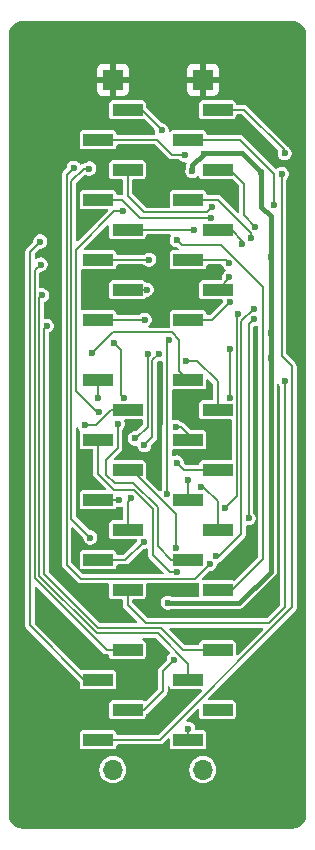
<source format=gbr>
G04 #@! TF.GenerationSoftware,KiCad,Pcbnew,9.0.6-9.0.6~ubuntu25.10.1*
G04 #@! TF.CreationDate,2025-11-10T23:04:39+09:00*
G04 #@! TF.ProjectId,bionic-kl5c80a12,62696f6e-6963-42d6-9b6c-356338306131,1*
G04 #@! TF.SameCoordinates,Original*
G04 #@! TF.FileFunction,Copper,L2,Bot*
G04 #@! TF.FilePolarity,Positive*
%FSLAX46Y46*%
G04 Gerber Fmt 4.6, Leading zero omitted, Abs format (unit mm)*
G04 Created by KiCad (PCBNEW 9.0.6-9.0.6~ubuntu25.10.1) date 2025-11-10 23:04:39*
%MOMM*%
%LPD*%
G01*
G04 APERTURE LIST*
G04 #@! TA.AperFunction,ComponentPad*
%ADD10R,1.700000X1.700000*%
G04 #@! TD*
G04 #@! TA.AperFunction,SMDPad,CuDef*
%ADD11R,2.510000X1.000000*%
G04 #@! TD*
G04 #@! TA.AperFunction,ComponentPad*
%ADD12O,1.700000X1.700000*%
G04 #@! TD*
G04 #@! TA.AperFunction,ViaPad*
%ADD13C,0.600000*%
G04 #@! TD*
G04 #@! TA.AperFunction,Conductor*
%ADD14C,0.400000*%
G04 #@! TD*
G04 #@! TA.AperFunction,Conductor*
%ADD15C,0.200000*%
G04 #@! TD*
G04 APERTURE END LIST*
D10*
X109915400Y-75080000D03*
D11*
X111160000Y-77620000D03*
X108670800Y-80160000D03*
X111160000Y-82700000D03*
X108670800Y-85240000D03*
X111160000Y-87780000D03*
X108670800Y-90320000D03*
X111160000Y-92860000D03*
X108670800Y-95400000D03*
X108670800Y-100480000D03*
X111160000Y-103020000D03*
X108670800Y-105560000D03*
X111160000Y-108100000D03*
X108670800Y-110640000D03*
X111160000Y-113180000D03*
X108670800Y-115720000D03*
X111160000Y-118260000D03*
X111160000Y-123340000D03*
X108670800Y-125880000D03*
X111160000Y-128420000D03*
X108670800Y-130960000D03*
D12*
X109915400Y-133500000D03*
X117535400Y-133500000D03*
D11*
X116290800Y-130960000D03*
X118780000Y-128420000D03*
X116290800Y-125880000D03*
X118780000Y-123340000D03*
X118780000Y-118260000D03*
X116290800Y-115720000D03*
X118780000Y-113180000D03*
X116290800Y-110640000D03*
X118780000Y-108100000D03*
X116290800Y-105560000D03*
X118780000Y-103020000D03*
X116290800Y-100480000D03*
X116290800Y-95400000D03*
X118780000Y-92860000D03*
X116290800Y-90320000D03*
X118780000Y-87780000D03*
X116290800Y-85240000D03*
X118780000Y-82700000D03*
X116290800Y-80160000D03*
X118780000Y-77620000D03*
D10*
X117535400Y-75080000D03*
D13*
X123275800Y-90091400D03*
X117611600Y-81353800D03*
X123275800Y-96533400D03*
X123275800Y-98651200D03*
X116646400Y-82827000D03*
X122488400Y-82928600D03*
X114587900Y-119352200D03*
X113522200Y-107769800D03*
X103540000Y-130934600D03*
X122971000Y-119428400D03*
X101660400Y-105255200D03*
X108696200Y-128115200D03*
X120989800Y-122019200D03*
X113903200Y-102308800D03*
X123783800Y-125905400D03*
X104987800Y-86738600D03*
X119542000Y-105509200D03*
X110855200Y-106880800D03*
X113674600Y-82700000D03*
X113725400Y-132077600D03*
X115401800Y-102359600D03*
X116265400Y-93723600D03*
X113192000Y-116583600D03*
X113674600Y-85697200D03*
X108315200Y-92758400D03*
X121218400Y-115491400D03*
X107553200Y-118209200D03*
X124225000Y-83055600D03*
X119770600Y-91793200D03*
X119834100Y-93888700D03*
X115325600Y-88643600D03*
X110326965Y-104208635D03*
X119770600Y-90624800D03*
X120888200Y-88973800D03*
X121599400Y-88440400D03*
X121980400Y-87526000D03*
X123555200Y-85697200D03*
X124469600Y-81303000D03*
X111795000Y-105448800D03*
X110474200Y-110665400D03*
X112861800Y-98279800D03*
X111457265Y-110530865D03*
X112582400Y-106017200D03*
X113811198Y-98279800D03*
X112607800Y-95400000D03*
X119805600Y-102019998D03*
X112590774Y-114174998D03*
X119805600Y-97877000D03*
X112785600Y-92860000D03*
X112988800Y-90320000D03*
X116798800Y-87780000D03*
X116138400Y-98879800D03*
X118246600Y-86779998D03*
X110017000Y-97355800D03*
X110880600Y-102019998D03*
X115224000Y-104483600D03*
X118297400Y-85840000D03*
X116062200Y-81474450D03*
X116290800Y-108947800D03*
X114055600Y-79372600D03*
X117383000Y-109547800D03*
X115237900Y-114719998D03*
X115351000Y-116724999D03*
X107554535Y-104340800D03*
X108620000Y-102054800D03*
X103768600Y-88777000D03*
X103921000Y-93327000D03*
X115325600Y-107490400D03*
X115097649Y-124177551D03*
X104305000Y-95927000D03*
X103794000Y-90727000D03*
X124495000Y-100581600D03*
X108188200Y-98244800D03*
X116290800Y-130020200D03*
X106613400Y-82522200D03*
X118119600Y-116075001D03*
X107934200Y-82598400D03*
X108010400Y-113840400D03*
X110779000Y-86230600D03*
X108754535Y-103205335D03*
X121405600Y-112214800D03*
X121849386Y-95333400D03*
X118627600Y-115424999D03*
X121863000Y-94471258D03*
X114689872Y-97086000D03*
X114535798Y-110147800D03*
X120537765Y-94947965D03*
X119380000Y-111351200D03*
D14*
X117611600Y-81353800D02*
X116646400Y-82319000D01*
X120862800Y-81303000D02*
X122488400Y-82928600D01*
X123275800Y-98651200D02*
X123275800Y-96533400D01*
X114613300Y-119377600D02*
X120634200Y-119377600D01*
X123275800Y-90091400D02*
X123275800Y-86637000D01*
X116646400Y-82319000D02*
X116646400Y-82827000D01*
X123275800Y-116736000D02*
X123275800Y-98651200D01*
X122488400Y-85849600D02*
X122488400Y-82928600D01*
X123275800Y-90091400D02*
X123275800Y-96533400D01*
X120634200Y-119377600D02*
X123275800Y-116736000D01*
X114587900Y-119352200D02*
X114613300Y-119377600D01*
X117611600Y-81353800D02*
X117662400Y-81303000D01*
X123275800Y-86637000D02*
X122488400Y-85849600D01*
X117662400Y-81303000D02*
X120862800Y-81303000D01*
D15*
X124215600Y-98473400D02*
X125095000Y-99352800D01*
X124225000Y-83055600D02*
X124215600Y-83065000D01*
X124215600Y-83065000D02*
X124215600Y-98473400D01*
X125095000Y-119750000D02*
X113885000Y-130960000D01*
X113885000Y-130960000D02*
X108670800Y-130960000D01*
X125095000Y-99352800D02*
X125095000Y-119750000D01*
X119770600Y-91869400D02*
X118780000Y-92860000D01*
X119770600Y-91793200D02*
X119770600Y-91869400D01*
X118322800Y-95400000D02*
X116290800Y-95400000D01*
X119834100Y-93888700D02*
X118322800Y-95400000D01*
X120024600Y-118260000D02*
X118780000Y-118260000D01*
X115325600Y-88643600D02*
X115782800Y-89100800D01*
X115782800Y-89100800D02*
X119095129Y-89100800D01*
X122640800Y-92646471D02*
X122640800Y-115643800D01*
X119095129Y-89100800D02*
X122640800Y-92646471D01*
X122640800Y-115643800D02*
X120024600Y-118260000D01*
X110326965Y-106266035D02*
X109356600Y-107236400D01*
X113709257Y-114560857D02*
X114868400Y-115720000D01*
X111659815Y-109243000D02*
X113709257Y-111292442D01*
X110326965Y-104208635D02*
X110326965Y-106266035D01*
X109356600Y-107236400D02*
X109356600Y-108512800D01*
X109356600Y-108512800D02*
X110086800Y-109243000D01*
X114868400Y-115720000D02*
X116290800Y-115720000D01*
X110086800Y-109243000D02*
X111659815Y-109243000D01*
X113709257Y-111292442D02*
X113709257Y-114560857D01*
X119770600Y-90624800D02*
X119465800Y-90320000D01*
X119465800Y-90320000D02*
X116290800Y-90320000D01*
X120888200Y-88973800D02*
X120888200Y-88694400D01*
X120888200Y-88694400D02*
X119973800Y-87780000D01*
X119973800Y-87780000D02*
X118780000Y-87780000D01*
X121599400Y-88034000D02*
X118805400Y-85240000D01*
X121599400Y-88440400D02*
X121599400Y-88034000D01*
X118805400Y-85240000D02*
X116290800Y-85240000D01*
X121015200Y-83868400D02*
X119846800Y-82700000D01*
X121980400Y-87526000D02*
X121015200Y-86560800D01*
X119846800Y-82700000D02*
X118780000Y-82700000D01*
X121015200Y-86560800D02*
X121015200Y-83868400D01*
X120659600Y-80160000D02*
X116290800Y-80160000D01*
X123555200Y-85697200D02*
X123555200Y-83055600D01*
X123555200Y-83055600D02*
X120659600Y-80160000D01*
X124469600Y-81049000D02*
X121040600Y-77620000D01*
X121040600Y-77620000D02*
X118780000Y-77620000D01*
X124469600Y-81303000D02*
X124469600Y-81049000D01*
X112861800Y-104442400D02*
X112861800Y-98279800D01*
X111855400Y-105448800D02*
X112861800Y-104442400D01*
X110474200Y-110665400D02*
X110448800Y-110640000D01*
X110448800Y-110640000D02*
X108670800Y-110640000D01*
X111795000Y-105448800D02*
X111855400Y-105448800D01*
X113261800Y-105337800D02*
X113261800Y-98829198D01*
X112582400Y-106017200D02*
X113261800Y-105337800D01*
X111457265Y-110530865D02*
X111160000Y-110828130D01*
X111160000Y-110828130D02*
X111160000Y-113180000D01*
X113261800Y-98829198D02*
X113811198Y-98279800D01*
X112607800Y-95400000D02*
X108670800Y-95400000D01*
X119805600Y-102019998D02*
X119796000Y-102010398D01*
X110975000Y-115720000D02*
X108670800Y-115720000D01*
X119796000Y-97886600D02*
X119805600Y-97877000D01*
X112590774Y-114174998D02*
X112520002Y-114174998D01*
X112520002Y-114174998D02*
X110975000Y-115720000D01*
X119796000Y-102010398D02*
X119796000Y-97886600D01*
X112785600Y-92860000D02*
X111160000Y-92860000D01*
X112988800Y-90320000D02*
X108670800Y-90320000D01*
X116798800Y-87780000D02*
X111160000Y-87780000D01*
X118780000Y-100614200D02*
X118780000Y-103020000D01*
X117045600Y-98879800D02*
X118780000Y-100614200D01*
X116138400Y-98879800D02*
X117045600Y-98879800D01*
X110652000Y-85240000D02*
X108670800Y-85240000D01*
X118246600Y-86779998D02*
X112191998Y-86779998D01*
X112191998Y-86779998D02*
X110652000Y-85240000D01*
X115224000Y-104483600D02*
X115697000Y-104483600D01*
X110626600Y-101765998D02*
X110626600Y-97965400D01*
X110626600Y-97965400D02*
X110017000Y-97355800D01*
X116290800Y-105077400D02*
X116290800Y-105560000D01*
X110880600Y-102019998D02*
X110626600Y-101765998D01*
X115697000Y-104483600D02*
X116290800Y-105077400D01*
X118297400Y-85880669D02*
X117871269Y-86306800D01*
X111160000Y-84909800D02*
X111160000Y-82700000D01*
X112557000Y-86306800D02*
X111160000Y-84909800D01*
X117871269Y-86306800D02*
X112557000Y-86306800D01*
X118297400Y-85840000D02*
X118297400Y-85880669D01*
X114944600Y-81430000D02*
X113674600Y-80160000D01*
X113674600Y-80160000D02*
X108670800Y-80160000D01*
X116062200Y-81474450D02*
X116017750Y-81430000D01*
X116017750Y-81430000D02*
X114944600Y-81430000D01*
X116290800Y-108947800D02*
X116290800Y-110640000D01*
X112353800Y-77620000D02*
X111160000Y-77620000D01*
X114055600Y-79372600D02*
X114055600Y-79321800D01*
X114055600Y-79321800D02*
X112353800Y-77620000D01*
X117553600Y-109547800D02*
X118780000Y-110774200D01*
X118780000Y-110774200D02*
X118780000Y-113180000D01*
X117383000Y-109547800D02*
X117553600Y-109547800D01*
X115237900Y-111822300D02*
X111515600Y-108100000D01*
X115237900Y-114719998D02*
X115237900Y-111822300D01*
X111515600Y-108100000D02*
X111160000Y-108100000D01*
X115351000Y-116724999D02*
X114730399Y-116724999D01*
X113293600Y-111442471D02*
X111691129Y-109840000D01*
X111691129Y-109840000D02*
X110055200Y-109840000D01*
X113293600Y-115288200D02*
X113293600Y-111442471D01*
X110055200Y-109840000D02*
X108670800Y-108455600D01*
X114730399Y-116724999D02*
X113293600Y-115288200D01*
X108670800Y-108455600D02*
X108670800Y-105560000D01*
X108467600Y-104340800D02*
X109788400Y-103020000D01*
X107554535Y-104340800D02*
X108467600Y-104340800D01*
X109788400Y-103020000D02*
X111160000Y-103020000D01*
X108620000Y-102054800D02*
X108670800Y-102004000D01*
X108670800Y-102004000D02*
X108670800Y-100480000D01*
X102905000Y-89640600D02*
X102905000Y-121282600D01*
X103768600Y-88777000D02*
X102905000Y-89640600D01*
X102905000Y-121282600D02*
X107502400Y-125880000D01*
X107502400Y-125880000D02*
X108670800Y-125880000D01*
X108550686Y-121943000D02*
X113711628Y-121943000D01*
X103921000Y-93327000D02*
X103705000Y-93543000D01*
X103705000Y-93543000D02*
X103705000Y-117097314D01*
X113711628Y-121943000D02*
X116290800Y-124522172D01*
X103705000Y-117097314D02*
X108550686Y-121943000D01*
X116290800Y-124522172D02*
X116290800Y-125880000D01*
X115325600Y-107490400D02*
X115935200Y-108100000D01*
X115935200Y-108100000D02*
X118780000Y-108100000D01*
X112557000Y-128420000D02*
X111160000Y-128420000D01*
X114157200Y-126819800D02*
X112557000Y-128420000D01*
X114157200Y-125118000D02*
X114157200Y-126819800D01*
X115097649Y-124177551D02*
X114157200Y-125118000D01*
X104305000Y-95927000D02*
X104105000Y-96127000D01*
X115859000Y-123340000D02*
X118780000Y-123340000D01*
X104105000Y-96127000D02*
X104105000Y-116931628D01*
X104105000Y-116931628D02*
X108659172Y-121485800D01*
X114004800Y-121485800D02*
X115859000Y-123340000D01*
X108659172Y-121485800D02*
X114004800Y-121485800D01*
X103305000Y-117263000D02*
X109382000Y-123340000D01*
X103305000Y-91216000D02*
X103305000Y-117263000D01*
X109382000Y-123340000D02*
X111160000Y-123340000D01*
X103794000Y-90727000D02*
X103305000Y-91216000D01*
X124495000Y-100581600D02*
X124495000Y-119733200D01*
X124495000Y-119733200D02*
X123142400Y-121085800D01*
X111160000Y-119530000D02*
X111160000Y-118260000D01*
X123142400Y-121085800D02*
X112715800Y-121085800D01*
X112715800Y-121085800D02*
X111160000Y-119530000D01*
X109966200Y-96466800D02*
X108188200Y-98244800D01*
X116290800Y-100480000D02*
X115528800Y-99718000D01*
X114919200Y-96466800D02*
X109966200Y-96466800D01*
X115528800Y-97076400D02*
X114919200Y-96466800D01*
X115528800Y-99718000D02*
X115528800Y-97076400D01*
X116290800Y-130020200D02*
X116290800Y-130960000D01*
X116869602Y-117324999D02*
X118119600Y-116075001D01*
X106613400Y-82522200D02*
X106003800Y-83131800D01*
X106003800Y-83131800D02*
X106003800Y-116126400D01*
X107202399Y-117324999D02*
X116869602Y-117324999D01*
X106003800Y-116126400D02*
X107202399Y-117324999D01*
X106403800Y-112233800D02*
X106403800Y-83646200D01*
X107451600Y-82598400D02*
X107934200Y-82598400D01*
X108010400Y-113840400D02*
X106403800Y-112233800D01*
X106403800Y-83646200D02*
X107451600Y-82598400D01*
X106803800Y-101457800D02*
X106803800Y-89469200D01*
X110042400Y-86230600D02*
X110779000Y-86230600D01*
X108551335Y-103205335D02*
X106803800Y-101457800D01*
X106803800Y-89469200D02*
X110042400Y-86230600D01*
X108754535Y-103205335D02*
X108551335Y-103205335D01*
X121421600Y-112198800D02*
X121421600Y-95761186D01*
X121421600Y-95761186D02*
X121849386Y-95333400D01*
X121405600Y-112214800D02*
X121421600Y-112198800D01*
X121863000Y-94471258D02*
X120805600Y-95528658D01*
X120805600Y-95528658D02*
X120805600Y-113509400D01*
X118890001Y-115424999D02*
X118627600Y-115424999D01*
X120805600Y-113509400D02*
X118890001Y-115424999D01*
X114522400Y-110134402D02*
X114535798Y-110147800D01*
X114535798Y-104383673D02*
X114522400Y-104397071D01*
X114689872Y-97086000D02*
X114535798Y-97240074D01*
X114522400Y-104397071D02*
X114522400Y-110134402D01*
X114535798Y-97240074D02*
X114535798Y-104383673D01*
X120537765Y-94947965D02*
X120405600Y-95080130D01*
X120405600Y-110325600D02*
X119380000Y-111351200D01*
X120405600Y-95080130D02*
X120405600Y-110325600D01*
G04 #@! TA.AperFunction,Conductor*
G36*
X122611490Y-121505207D02*
G01*
X122647454Y-121554707D01*
X122647454Y-121615893D01*
X122623303Y-121655304D01*
X120504503Y-123774102D01*
X120449986Y-123801879D01*
X120389554Y-123792308D01*
X120346289Y-123749043D01*
X120335499Y-123704101D01*
X120335499Y-122795136D01*
X120332585Y-122770009D01*
X120287206Y-122667235D01*
X120207765Y-122587794D01*
X120104991Y-122542415D01*
X120104990Y-122542414D01*
X120104988Y-122542414D01*
X120079868Y-122539500D01*
X117480139Y-122539500D01*
X117480136Y-122539501D01*
X117455009Y-122542414D01*
X117352235Y-122587794D01*
X117272794Y-122667235D01*
X117227414Y-122770011D01*
X117224500Y-122795130D01*
X117224500Y-122840500D01*
X117205593Y-122898691D01*
X117156093Y-122934655D01*
X117125500Y-122939500D01*
X116065900Y-122939500D01*
X116007709Y-122920593D01*
X115995896Y-122910504D01*
X114740697Y-121655304D01*
X114712920Y-121600787D01*
X114722491Y-121540355D01*
X114765756Y-121497090D01*
X114810701Y-121486300D01*
X122553299Y-121486300D01*
X122611490Y-121505207D01*
G37*
G04 #@! TD.AperFunction*
G04 #@! TA.AperFunction,Conductor*
G36*
X123955393Y-100849056D02*
G01*
X123961030Y-100857738D01*
X124014480Y-100950316D01*
X124066150Y-101001986D01*
X124066787Y-101002647D01*
X124079777Y-101029352D01*
X124093281Y-101055856D01*
X124093399Y-101057356D01*
X124093551Y-101057669D01*
X124093462Y-101058166D01*
X124094500Y-101071343D01*
X124094500Y-119526299D01*
X124075593Y-119584490D01*
X124065504Y-119596303D01*
X123005503Y-120656304D01*
X122950986Y-120684081D01*
X122935499Y-120685300D01*
X112922701Y-120685300D01*
X112864510Y-120666393D01*
X112852697Y-120656304D01*
X111589496Y-119393103D01*
X111585869Y-119385985D01*
X111579407Y-119381290D01*
X111572243Y-119359241D01*
X111561719Y-119338586D01*
X111560500Y-119323099D01*
X111560500Y-119159499D01*
X111579407Y-119101308D01*
X111628907Y-119065344D01*
X111659500Y-119060499D01*
X112459861Y-119060499D01*
X112459864Y-119060499D01*
X112484991Y-119057585D01*
X112587765Y-119012206D01*
X112667206Y-118932765D01*
X112712585Y-118829991D01*
X112715500Y-118804865D01*
X112715499Y-117824498D01*
X112734406Y-117766308D01*
X112783906Y-117730344D01*
X112814499Y-117725499D01*
X116922327Y-117725499D01*
X116922329Y-117725499D01*
X117024190Y-117698206D01*
X117076001Y-117668292D01*
X117135847Y-117655571D01*
X117191743Y-117680456D01*
X117222336Y-117733444D01*
X117224500Y-117754029D01*
X117224501Y-118778100D01*
X117205594Y-118836291D01*
X117156094Y-118872255D01*
X117125501Y-118877100D01*
X114992530Y-118877100D01*
X114943032Y-118863837D01*
X114819684Y-118792623D01*
X114666957Y-118751700D01*
X114508843Y-118751700D01*
X114356116Y-118792623D01*
X114219184Y-118871680D01*
X114107380Y-118983484D01*
X114028323Y-119120416D01*
X113987400Y-119273143D01*
X113987400Y-119431257D01*
X114028323Y-119583984D01*
X114107380Y-119720916D01*
X114219184Y-119832720D01*
X114356116Y-119911777D01*
X114508843Y-119952700D01*
X114508845Y-119952700D01*
X114666955Y-119952700D01*
X114666957Y-119952700D01*
X114819684Y-119911777D01*
X114855043Y-119891363D01*
X114904542Y-119878100D01*
X120700090Y-119878100D01*
X120700092Y-119878100D01*
X120827386Y-119843992D01*
X120827388Y-119843990D01*
X120827390Y-119843990D01*
X120941509Y-119778103D01*
X120941509Y-119778102D01*
X120941514Y-119778100D01*
X123676300Y-117043314D01*
X123718101Y-116970912D01*
X123742192Y-116929186D01*
X123776300Y-116801892D01*
X123776300Y-100907247D01*
X123795207Y-100849056D01*
X123844707Y-100813092D01*
X123905893Y-100813092D01*
X123955393Y-100849056D01*
G37*
G04 #@! TD.AperFunction*
G04 #@! TA.AperFunction,Conductor*
G36*
X122207544Y-95899004D02*
G01*
X122238137Y-95951992D01*
X122240300Y-95972576D01*
X122240300Y-115436899D01*
X122221393Y-115495090D01*
X122211304Y-115506903D01*
X120257554Y-117460652D01*
X120203037Y-117488429D01*
X120147562Y-117481212D01*
X120104991Y-117462415D01*
X120104988Y-117462414D01*
X120079869Y-117459500D01*
X117540500Y-117459500D01*
X117482309Y-117440593D01*
X117446345Y-117391093D01*
X117446345Y-117329907D01*
X117470495Y-117290498D01*
X117904902Y-116856092D01*
X118056498Y-116704497D01*
X118111014Y-116676720D01*
X118126501Y-116675501D01*
X118198655Y-116675501D01*
X118198657Y-116675501D01*
X118351384Y-116634578D01*
X118488316Y-116555521D01*
X118600120Y-116443717D01*
X118679177Y-116306785D01*
X118720100Y-116154058D01*
X118720100Y-116097861D01*
X118739007Y-116039670D01*
X118788507Y-116003706D01*
X118793443Y-116002244D01*
X118859384Y-115984576D01*
X118996316Y-115905519D01*
X119108120Y-115793715D01*
X119129526Y-115756636D01*
X119145253Y-115736138D01*
X121126080Y-113755313D01*
X121143660Y-113724864D01*
X121178805Y-113663992D01*
X121178805Y-113663990D01*
X121178807Y-113663988D01*
X121206100Y-113562127D01*
X121206100Y-113456673D01*
X121206100Y-112912046D01*
X121225007Y-112853855D01*
X121274507Y-112817891D01*
X121319811Y-112816712D01*
X121320109Y-112814453D01*
X121326542Y-112815300D01*
X121326543Y-112815300D01*
X121484655Y-112815300D01*
X121484657Y-112815300D01*
X121637384Y-112774377D01*
X121774316Y-112695320D01*
X121886120Y-112583516D01*
X121965177Y-112446584D01*
X122006100Y-112293857D01*
X122006100Y-112135743D01*
X121965177Y-111983016D01*
X121886120Y-111846084D01*
X121871755Y-111831719D01*
X121851096Y-111811059D01*
X121823319Y-111756542D01*
X121822100Y-111741056D01*
X121822100Y-96032900D01*
X121841007Y-95974709D01*
X121890507Y-95938745D01*
X121921100Y-95933900D01*
X121928441Y-95933900D01*
X121928443Y-95933900D01*
X122081170Y-95892977D01*
X122091800Y-95886840D01*
X122151648Y-95874118D01*
X122207544Y-95899004D01*
G37*
G04 #@! TD.AperFunction*
G04 #@! TA.AperFunction,Conductor*
G36*
X106983393Y-104551810D02*
G01*
X106994764Y-104572116D01*
X106994955Y-104572578D01*
X106994957Y-104572582D01*
X106994958Y-104572584D01*
X107074015Y-104709516D01*
X107142639Y-104778140D01*
X107170415Y-104832655D01*
X107163199Y-104888130D01*
X107118214Y-104990011D01*
X107115300Y-105015130D01*
X107115300Y-106104860D01*
X107115301Y-106104863D01*
X107118214Y-106129990D01*
X107143556Y-106187385D01*
X107163594Y-106232765D01*
X107243035Y-106312206D01*
X107345809Y-106357585D01*
X107370935Y-106360500D01*
X108171300Y-106360499D01*
X108229491Y-106379406D01*
X108265455Y-106428906D01*
X108270300Y-106459499D01*
X108270300Y-108402873D01*
X108270300Y-108508327D01*
X108270344Y-108508491D01*
X108297594Y-108610192D01*
X108350316Y-108701508D01*
X108350317Y-108701509D01*
X108350318Y-108701510D01*
X108350320Y-108701513D01*
X108964823Y-109316016D01*
X109319303Y-109670496D01*
X109347080Y-109725013D01*
X109337509Y-109785445D01*
X109294244Y-109828710D01*
X109249299Y-109839500D01*
X107370939Y-109839500D01*
X107370936Y-109839501D01*
X107345809Y-109842414D01*
X107243035Y-109887794D01*
X107163594Y-109967235D01*
X107118214Y-110070011D01*
X107115300Y-110095130D01*
X107115300Y-111184860D01*
X107115301Y-111184863D01*
X107118214Y-111209990D01*
X107124832Y-111224977D01*
X107163594Y-111312765D01*
X107243035Y-111392206D01*
X107345809Y-111437585D01*
X107370935Y-111440500D01*
X109970664Y-111440499D01*
X109995791Y-111437585D01*
X110098565Y-111392206D01*
X110178006Y-111312765D01*
X110185221Y-111296423D01*
X110226021Y-111250827D01*
X110285829Y-111237921D01*
X110301393Y-111240780D01*
X110395143Y-111265900D01*
X110395146Y-111265900D01*
X110553254Y-111265900D01*
X110553257Y-111265900D01*
X110634880Y-111244029D01*
X110695978Y-111247231D01*
X110743528Y-111285736D01*
X110759500Y-111339656D01*
X110759500Y-112280500D01*
X110740593Y-112338691D01*
X110691093Y-112374655D01*
X110660500Y-112379500D01*
X109860139Y-112379500D01*
X109860136Y-112379501D01*
X109835009Y-112382414D01*
X109732235Y-112427794D01*
X109652794Y-112507235D01*
X109607414Y-112610011D01*
X109604500Y-112635130D01*
X109604500Y-113724860D01*
X109604501Y-113724863D01*
X109607414Y-113749990D01*
X109619471Y-113777296D01*
X109652794Y-113852765D01*
X109732235Y-113932206D01*
X109835009Y-113977585D01*
X109860135Y-113980500D01*
X111892584Y-113980499D01*
X111910846Y-113986432D01*
X111929995Y-113987840D01*
X111939248Y-113995661D01*
X111950775Y-113999406D01*
X111962062Y-114014942D01*
X111976726Y-114027335D01*
X111979108Y-114038404D01*
X111986739Y-114048906D01*
X111991318Y-114086755D01*
X111990782Y-114094043D01*
X111990274Y-114095941D01*
X111990274Y-114100961D01*
X111990008Y-114104581D01*
X111979754Y-114129702D01*
X111971367Y-114155516D01*
X111967250Y-114160335D01*
X111966886Y-114161229D01*
X111966039Y-114161753D01*
X111961278Y-114167329D01*
X110838103Y-115290504D01*
X110783586Y-115318281D01*
X110768099Y-115319500D01*
X110325299Y-115319500D01*
X110267108Y-115300593D01*
X110231144Y-115251093D01*
X110226299Y-115220500D01*
X110226299Y-115175139D01*
X110226299Y-115175136D01*
X110223385Y-115150009D01*
X110178006Y-115047235D01*
X110098565Y-114967794D01*
X109995791Y-114922415D01*
X109995790Y-114922414D01*
X109995788Y-114922414D01*
X109970668Y-114919500D01*
X107370939Y-114919500D01*
X107370936Y-114919501D01*
X107345809Y-114922414D01*
X107243035Y-114967794D01*
X107163594Y-115047235D01*
X107118214Y-115150011D01*
X107115300Y-115175130D01*
X107115300Y-116264860D01*
X107115301Y-116264863D01*
X107118214Y-116289990D01*
X107125630Y-116306785D01*
X107163594Y-116392765D01*
X107243035Y-116472206D01*
X107345809Y-116517585D01*
X107370935Y-116520500D01*
X109970664Y-116520499D01*
X109995791Y-116517585D01*
X110098565Y-116472206D01*
X110178006Y-116392765D01*
X110223385Y-116289991D01*
X110226300Y-116264865D01*
X110226300Y-116219500D01*
X110245207Y-116161309D01*
X110294707Y-116125345D01*
X110325300Y-116120500D01*
X111027725Y-116120500D01*
X111027727Y-116120500D01*
X111129588Y-116093207D01*
X111129590Y-116093205D01*
X111129592Y-116093205D01*
X111220908Y-116040483D01*
X111220908Y-116040482D01*
X111220913Y-116040480D01*
X112456898Y-114804493D01*
X112511415Y-114776717D01*
X112526902Y-114775498D01*
X112669829Y-114775498D01*
X112669831Y-114775498D01*
X112768479Y-114749065D01*
X112829578Y-114752267D01*
X112877128Y-114790772D01*
X112893100Y-114844692D01*
X112893100Y-115235473D01*
X112893100Y-115340927D01*
X112894368Y-115345658D01*
X112920394Y-115442792D01*
X112973116Y-115534108D01*
X112973118Y-115534110D01*
X112973120Y-115534113D01*
X113683704Y-116244696D01*
X114194503Y-116755495D01*
X114222280Y-116810012D01*
X114212709Y-116870444D01*
X114169444Y-116913709D01*
X114124499Y-116924499D01*
X107409300Y-116924499D01*
X107351109Y-116905592D01*
X107339296Y-116895503D01*
X106433296Y-115989503D01*
X106405519Y-115934986D01*
X106404300Y-115919499D01*
X106404300Y-113039700D01*
X106423207Y-112981509D01*
X106472707Y-112945545D01*
X106533893Y-112945545D01*
X106573304Y-112969696D01*
X107380904Y-113777296D01*
X107408681Y-113831813D01*
X107409900Y-113847300D01*
X107409900Y-113919457D01*
X107450823Y-114072184D01*
X107529880Y-114209116D01*
X107641684Y-114320920D01*
X107778616Y-114399977D01*
X107931343Y-114440900D01*
X107931345Y-114440900D01*
X108089455Y-114440900D01*
X108089457Y-114440900D01*
X108242184Y-114399977D01*
X108379116Y-114320920D01*
X108490920Y-114209116D01*
X108569977Y-114072184D01*
X108610900Y-113919457D01*
X108610900Y-113761343D01*
X108569977Y-113608616D01*
X108490920Y-113471684D01*
X108379116Y-113359880D01*
X108242184Y-113280823D01*
X108089457Y-113239900D01*
X108089455Y-113239900D01*
X108017300Y-113239900D01*
X107959109Y-113220993D01*
X107947296Y-113210904D01*
X106833296Y-112096903D01*
X106805519Y-112042386D01*
X106804300Y-112026899D01*
X106804300Y-104610001D01*
X106823207Y-104551810D01*
X106872707Y-104515846D01*
X106933893Y-104515846D01*
X106983393Y-104551810D01*
G37*
G04 #@! TD.AperFunction*
G04 #@! TA.AperFunction,Conductor*
G36*
X114071776Y-98851236D02*
G01*
X114119326Y-98889741D01*
X114135298Y-98943660D01*
X114135298Y-104281309D01*
X114131920Y-104306950D01*
X114131174Y-104309732D01*
X114121900Y-104344344D01*
X114121900Y-109671454D01*
X114103002Y-109729632D01*
X114098416Y-109735945D01*
X114055278Y-109779084D01*
X114009517Y-109858344D01*
X114006468Y-109862543D01*
X113985705Y-109877633D01*
X113966632Y-109894806D01*
X113961306Y-109895365D01*
X113956973Y-109898515D01*
X113931304Y-109898518D01*
X113905782Y-109901201D01*
X113900850Y-109898523D01*
X113895788Y-109898524D01*
X113880794Y-109887634D01*
X113856362Y-109874369D01*
X112740138Y-108758145D01*
X112712361Y-108703628D01*
X112711802Y-108676728D01*
X112712583Y-108669995D01*
X112712585Y-108669991D01*
X112715500Y-108644865D01*
X112715499Y-107555136D01*
X112712585Y-107530009D01*
X112667206Y-107427235D01*
X112587765Y-107347794D01*
X112484991Y-107302415D01*
X112484990Y-107302414D01*
X112484988Y-107302414D01*
X112459869Y-107299500D01*
X110098899Y-107299500D01*
X110040708Y-107280593D01*
X110004744Y-107231093D01*
X110004744Y-107169907D01*
X110028893Y-107130499D01*
X110647445Y-106511948D01*
X110700172Y-106420622D01*
X110727465Y-106318762D01*
X110727465Y-104698378D01*
X110746372Y-104640187D01*
X110756455Y-104628380D01*
X110807485Y-104577351D01*
X110886542Y-104440419D01*
X110927465Y-104287692D01*
X110927465Y-104129578D01*
X110886542Y-103976851D01*
X110882007Y-103968997D01*
X110869287Y-103909150D01*
X110894174Y-103853255D01*
X110947162Y-103822662D01*
X110967745Y-103820499D01*
X112362300Y-103820499D01*
X112420491Y-103839406D01*
X112456455Y-103888906D01*
X112461300Y-103919499D01*
X112461300Y-104235499D01*
X112442393Y-104293690D01*
X112432304Y-104305503D01*
X111918503Y-104819304D01*
X111863986Y-104847081D01*
X111848499Y-104848300D01*
X111715943Y-104848300D01*
X111563216Y-104889223D01*
X111426284Y-104968280D01*
X111314480Y-105080084D01*
X111235423Y-105217016D01*
X111194500Y-105369743D01*
X111194500Y-105527857D01*
X111235423Y-105680584D01*
X111314480Y-105817516D01*
X111426284Y-105929320D01*
X111563216Y-106008377D01*
X111715943Y-106049300D01*
X111715945Y-106049300D01*
X111874052Y-106049300D01*
X111874057Y-106049300D01*
X111874061Y-106049298D01*
X111879990Y-106048518D01*
X111940152Y-106059666D01*
X111982270Y-106104047D01*
X111988541Y-106121045D01*
X112022823Y-106248984D01*
X112101880Y-106385916D01*
X112213684Y-106497720D01*
X112350616Y-106576777D01*
X112503343Y-106617700D01*
X112503345Y-106617700D01*
X112661455Y-106617700D01*
X112661457Y-106617700D01*
X112814184Y-106576777D01*
X112951116Y-106497720D01*
X113062920Y-106385916D01*
X113141977Y-106248984D01*
X113182900Y-106096257D01*
X113182900Y-106024098D01*
X113201807Y-105965907D01*
X113211890Y-105954101D01*
X113507710Y-105658281D01*
X113507713Y-105658280D01*
X113582280Y-105583713D01*
X113635007Y-105492387D01*
X113646202Y-105450607D01*
X113662301Y-105390527D01*
X113662301Y-105285073D01*
X113662300Y-105285069D01*
X113662300Y-99036099D01*
X113681207Y-98977908D01*
X113691296Y-98966095D01*
X113748095Y-98909296D01*
X113802612Y-98881519D01*
X113818099Y-98880300D01*
X113890253Y-98880300D01*
X113890255Y-98880300D01*
X114010676Y-98848033D01*
X114071776Y-98851236D01*
G37*
G04 #@! TD.AperFunction*
G04 #@! TA.AperFunction,Conductor*
G36*
X118015303Y-100415896D02*
G01*
X118350504Y-100751097D01*
X118378281Y-100805614D01*
X118379500Y-100821101D01*
X118379500Y-102120500D01*
X118360593Y-102178691D01*
X118311093Y-102214655D01*
X118280500Y-102219500D01*
X117480139Y-102219500D01*
X117480136Y-102219501D01*
X117455009Y-102222414D01*
X117352235Y-102267794D01*
X117272794Y-102347235D01*
X117227414Y-102450011D01*
X117224500Y-102475130D01*
X117224500Y-103564860D01*
X117224501Y-103564863D01*
X117227414Y-103589990D01*
X117252756Y-103647385D01*
X117272794Y-103692765D01*
X117352235Y-103772206D01*
X117455009Y-103817585D01*
X117480135Y-103820500D01*
X119906100Y-103820499D01*
X119964291Y-103839406D01*
X120000255Y-103888906D01*
X120005100Y-103919499D01*
X120005100Y-107200500D01*
X119986193Y-107258691D01*
X119936693Y-107294655D01*
X119906100Y-107299500D01*
X117480139Y-107299500D01*
X117480136Y-107299501D01*
X117455009Y-107302414D01*
X117352235Y-107347794D01*
X117272794Y-107427235D01*
X117227414Y-107530011D01*
X117224500Y-107555130D01*
X117224500Y-107600500D01*
X117205593Y-107658691D01*
X117156093Y-107694655D01*
X117125500Y-107699500D01*
X116142099Y-107699500D01*
X116134501Y-107697031D01*
X116126612Y-107698281D01*
X116105958Y-107687757D01*
X116083908Y-107680593D01*
X116072095Y-107670503D01*
X115955096Y-107553503D01*
X115927319Y-107498987D01*
X115926100Y-107483500D01*
X115926100Y-107411344D01*
X115909072Y-107347794D01*
X115885177Y-107258616D01*
X115806120Y-107121684D01*
X115694316Y-107009880D01*
X115557384Y-106930823D01*
X115404657Y-106889900D01*
X115246543Y-106889900D01*
X115170179Y-106910361D01*
X115093814Y-106930823D01*
X115071399Y-106943765D01*
X115011550Y-106956486D01*
X114955655Y-106931598D01*
X114925063Y-106878610D01*
X114922900Y-106858028D01*
X114922900Y-106459499D01*
X114941807Y-106401308D01*
X114991307Y-106365344D01*
X115021893Y-106360499D01*
X117590664Y-106360499D01*
X117615791Y-106357585D01*
X117718565Y-106312206D01*
X117798006Y-106232765D01*
X117843385Y-106129991D01*
X117846300Y-106104865D01*
X117846299Y-105015136D01*
X117843385Y-104990009D01*
X117798006Y-104887235D01*
X117718565Y-104807794D01*
X117615791Y-104762415D01*
X117615790Y-104762414D01*
X117615788Y-104762414D01*
X117590669Y-104759500D01*
X117590665Y-104759500D01*
X116580301Y-104759500D01*
X116522110Y-104740593D01*
X116510297Y-104730504D01*
X116295639Y-104515846D01*
X115942913Y-104163120D01*
X115942910Y-104163118D01*
X115942909Y-104163117D01*
X115942908Y-104163116D01*
X115851591Y-104110394D01*
X115851593Y-104110394D01*
X115793038Y-104094705D01*
X115749727Y-104083100D01*
X115749725Y-104083100D01*
X115713744Y-104083100D01*
X115655553Y-104064193D01*
X115643741Y-104054104D01*
X115592718Y-104003082D01*
X115592716Y-104003080D01*
X115455784Y-103924023D01*
X115303057Y-103883100D01*
X115144943Y-103883100D01*
X115060919Y-103905613D01*
X114999819Y-103902411D01*
X114952270Y-103863906D01*
X114936298Y-103809987D01*
X114936298Y-101379499D01*
X114955205Y-101321308D01*
X115004705Y-101285344D01*
X115035291Y-101280499D01*
X117590664Y-101280499D01*
X117615791Y-101277585D01*
X117718565Y-101232206D01*
X117798006Y-101152765D01*
X117843385Y-101049991D01*
X117846300Y-101024865D01*
X117846299Y-100485899D01*
X117865206Y-100427709D01*
X117914706Y-100391745D01*
X117975892Y-100391745D01*
X118015303Y-100415896D01*
G37*
G04 #@! TD.AperFunction*
G04 #@! TA.AperFunction,Conductor*
G36*
X109550445Y-87385689D02*
G01*
X109593710Y-87428954D01*
X109604500Y-87473899D01*
X109604500Y-88324860D01*
X109604501Y-88324863D01*
X109607414Y-88349990D01*
X109620886Y-88380500D01*
X109652794Y-88452765D01*
X109732235Y-88532206D01*
X109835009Y-88577585D01*
X109860135Y-88580500D01*
X112459864Y-88580499D01*
X112484991Y-88577585D01*
X112587765Y-88532206D01*
X112667206Y-88452765D01*
X112712585Y-88349991D01*
X112715500Y-88324865D01*
X112715500Y-88279500D01*
X112734407Y-88221309D01*
X112783907Y-88185345D01*
X112814500Y-88180500D01*
X114728100Y-88180500D01*
X114786291Y-88199407D01*
X114822255Y-88248907D01*
X114822255Y-88310093D01*
X114813839Y-88328995D01*
X114766023Y-88411816D01*
X114725100Y-88564543D01*
X114725100Y-88722657D01*
X114766023Y-88875384D01*
X114845080Y-89012316D01*
X114956884Y-89124120D01*
X115093816Y-89203177D01*
X115246543Y-89244100D01*
X115318699Y-89244100D01*
X115326296Y-89246568D01*
X115334186Y-89245319D01*
X115354841Y-89255843D01*
X115376890Y-89263007D01*
X115388703Y-89273096D01*
X115466103Y-89350496D01*
X115493880Y-89405013D01*
X115484309Y-89465445D01*
X115441044Y-89508710D01*
X115396099Y-89519500D01*
X114990939Y-89519500D01*
X114990936Y-89519501D01*
X114965809Y-89522414D01*
X114863035Y-89567794D01*
X114783594Y-89647235D01*
X114738214Y-89750011D01*
X114735300Y-89775130D01*
X114735300Y-90864860D01*
X114735301Y-90864863D01*
X114738214Y-90889990D01*
X114751686Y-90920500D01*
X114783594Y-90992765D01*
X114863035Y-91072206D01*
X114965809Y-91117585D01*
X114990935Y-91120500D01*
X117590664Y-91120499D01*
X117615791Y-91117585D01*
X117718565Y-91072206D01*
X117798006Y-90992765D01*
X117843385Y-90889991D01*
X117846300Y-90864865D01*
X117846300Y-90819500D01*
X117865207Y-90761309D01*
X117914707Y-90725345D01*
X117945300Y-90720500D01*
X119098594Y-90720500D01*
X119156785Y-90739407D01*
X119192749Y-90788907D01*
X119194216Y-90793860D01*
X119211023Y-90856584D01*
X119290080Y-90993516D01*
X119401884Y-91105320D01*
X119421200Y-91116472D01*
X119432964Y-91123264D01*
X119473904Y-91168734D01*
X119480299Y-91229584D01*
X119449706Y-91282572D01*
X119432964Y-91294736D01*
X119401885Y-91312679D01*
X119290080Y-91424484D01*
X119211023Y-91561416D01*
X119170100Y-91714144D01*
X119170100Y-91862498D01*
X119167631Y-91870095D01*
X119168881Y-91877986D01*
X119158357Y-91898639D01*
X119151193Y-91920689D01*
X119141103Y-91932502D01*
X119043100Y-92030504D01*
X118988584Y-92058281D01*
X118973097Y-92059500D01*
X117480139Y-92059500D01*
X117480136Y-92059501D01*
X117455009Y-92062414D01*
X117352235Y-92107794D01*
X117272794Y-92187235D01*
X117227414Y-92290011D01*
X117224500Y-92315130D01*
X117224500Y-93404860D01*
X117224501Y-93404863D01*
X117227414Y-93429990D01*
X117250505Y-93482286D01*
X117272794Y-93532765D01*
X117352235Y-93612206D01*
X117455009Y-93657585D01*
X117480135Y-93660500D01*
X119144543Y-93660499D01*
X119202734Y-93679406D01*
X119238698Y-93728906D01*
X119243217Y-93767521D01*
X119242489Y-93776464D01*
X119233600Y-93809643D01*
X119233600Y-93885811D01*
X119233274Y-93889821D01*
X119222967Y-93914524D01*
X119214693Y-93939990D01*
X119210096Y-93945371D01*
X119209714Y-93946289D01*
X119208878Y-93946797D01*
X119204604Y-93951803D01*
X118185903Y-94970504D01*
X118131386Y-94998281D01*
X118115899Y-94999500D01*
X117945299Y-94999500D01*
X117887108Y-94980593D01*
X117851144Y-94931093D01*
X117846299Y-94900500D01*
X117846299Y-94855139D01*
X117846299Y-94855136D01*
X117843385Y-94830009D01*
X117798006Y-94727235D01*
X117718565Y-94647794D01*
X117615791Y-94602415D01*
X117615790Y-94602414D01*
X117615788Y-94602414D01*
X117590668Y-94599500D01*
X114990939Y-94599500D01*
X114990936Y-94599501D01*
X114965809Y-94602414D01*
X114863035Y-94647794D01*
X114783594Y-94727235D01*
X114738214Y-94830011D01*
X114735300Y-94855130D01*
X114735300Y-95944858D01*
X114735608Y-95947518D01*
X114736580Y-95955896D01*
X114724504Y-96015874D01*
X114679478Y-96057302D01*
X114638240Y-96066300D01*
X113024208Y-96066300D01*
X112966017Y-96047393D01*
X112930053Y-95997893D01*
X112930053Y-95936707D01*
X112966017Y-95887207D01*
X112974708Y-95881564D01*
X112975032Y-95881376D01*
X112976516Y-95880520D01*
X113088320Y-95768716D01*
X113167377Y-95631784D01*
X113208300Y-95479057D01*
X113208300Y-95320943D01*
X113167377Y-95168216D01*
X113088320Y-95031284D01*
X112976516Y-94919480D01*
X112839584Y-94840423D01*
X112686857Y-94799500D01*
X112528743Y-94799500D01*
X112376016Y-94840423D01*
X112326677Y-94868909D01*
X112239081Y-94919482D01*
X112188059Y-94970504D01*
X112133542Y-94998281D01*
X112118056Y-94999500D01*
X110325299Y-94999500D01*
X110267108Y-94980593D01*
X110231144Y-94931093D01*
X110226299Y-94900500D01*
X110226299Y-94855139D01*
X110226299Y-94855136D01*
X110223385Y-94830009D01*
X110178006Y-94727235D01*
X110098565Y-94647794D01*
X109995791Y-94602415D01*
X109995790Y-94602414D01*
X109995788Y-94602414D01*
X109970668Y-94599500D01*
X107370939Y-94599500D01*
X107370936Y-94599501D01*
X107345809Y-94602414D01*
X107345806Y-94602415D01*
X107343285Y-94603529D01*
X107340772Y-94603785D01*
X107338623Y-94604370D01*
X107338526Y-94604014D01*
X107282415Y-94609735D01*
X107229523Y-94578978D01*
X107204811Y-94523005D01*
X107204300Y-94512963D01*
X107204300Y-92315130D01*
X109604500Y-92315130D01*
X109604500Y-93404860D01*
X109604501Y-93404863D01*
X109607414Y-93429990D01*
X109630505Y-93482286D01*
X109652794Y-93532765D01*
X109732235Y-93612206D01*
X109835009Y-93657585D01*
X109860135Y-93660500D01*
X112459864Y-93660499D01*
X112484991Y-93657585D01*
X112587765Y-93612206D01*
X112667206Y-93532765D01*
X112673057Y-93519512D01*
X112713856Y-93473918D01*
X112763622Y-93460500D01*
X112864655Y-93460500D01*
X112864657Y-93460500D01*
X113017384Y-93419577D01*
X113154316Y-93340520D01*
X113266120Y-93228716D01*
X113345177Y-93091784D01*
X113386100Y-92939057D01*
X113386100Y-92780943D01*
X113345177Y-92628216D01*
X113266120Y-92491284D01*
X113154316Y-92379480D01*
X113017384Y-92300423D01*
X112864657Y-92259500D01*
X112763622Y-92259500D01*
X112705431Y-92240593D01*
X112673057Y-92200487D01*
X112667206Y-92187236D01*
X112667206Y-92187235D01*
X112587765Y-92107794D01*
X112484991Y-92062415D01*
X112484990Y-92062414D01*
X112484988Y-92062414D01*
X112459868Y-92059500D01*
X109860139Y-92059500D01*
X109860136Y-92059501D01*
X109835009Y-92062414D01*
X109732235Y-92107794D01*
X109652794Y-92187235D01*
X109607414Y-92290011D01*
X109604500Y-92315130D01*
X107204300Y-92315130D01*
X107204300Y-91207036D01*
X107223207Y-91148845D01*
X107272707Y-91112881D01*
X107333893Y-91112881D01*
X107343283Y-91116469D01*
X107345809Y-91117585D01*
X107370935Y-91120500D01*
X109970664Y-91120499D01*
X109995791Y-91117585D01*
X110098565Y-91072206D01*
X110178006Y-90992765D01*
X110223385Y-90889991D01*
X110226300Y-90864865D01*
X110226300Y-90819500D01*
X110245207Y-90761309D01*
X110294707Y-90725345D01*
X110325300Y-90720500D01*
X112499056Y-90720500D01*
X112557247Y-90739407D01*
X112569059Y-90749496D01*
X112608471Y-90788907D01*
X112620084Y-90800520D01*
X112757016Y-90879577D01*
X112909743Y-90920500D01*
X112909745Y-90920500D01*
X113067855Y-90920500D01*
X113067857Y-90920500D01*
X113220584Y-90879577D01*
X113357516Y-90800520D01*
X113469320Y-90688716D01*
X113548377Y-90551784D01*
X113589300Y-90399057D01*
X113589300Y-90240943D01*
X113548377Y-90088216D01*
X113469320Y-89951284D01*
X113357516Y-89839480D01*
X113220584Y-89760423D01*
X113067857Y-89719500D01*
X112909743Y-89719500D01*
X112757016Y-89760423D01*
X112731543Y-89775130D01*
X112620081Y-89839482D01*
X112569059Y-89890504D01*
X112514542Y-89918281D01*
X112499056Y-89919500D01*
X110325299Y-89919500D01*
X110267108Y-89900593D01*
X110231144Y-89851093D01*
X110226299Y-89820500D01*
X110226299Y-89775139D01*
X110226299Y-89775136D01*
X110223385Y-89750009D01*
X110178006Y-89647235D01*
X110098565Y-89567794D01*
X109995791Y-89522415D01*
X109995790Y-89522414D01*
X109995788Y-89522414D01*
X109970669Y-89519500D01*
X107558899Y-89519500D01*
X107500708Y-89500593D01*
X107464744Y-89451093D01*
X107464744Y-89389907D01*
X107488893Y-89350498D01*
X109435498Y-87403893D01*
X109490013Y-87376118D01*
X109550445Y-87385689D01*
G37*
G04 #@! TD.AperFunction*
G04 #@! TA.AperFunction,Conductor*
G36*
X125134309Y-70100877D02*
G01*
X125324457Y-70117512D01*
X125341437Y-70120505D01*
X125521635Y-70168789D01*
X125537839Y-70174687D01*
X125706902Y-70253523D01*
X125721842Y-70262149D01*
X125874641Y-70369140D01*
X125887861Y-70380232D01*
X126019767Y-70512138D01*
X126030859Y-70525358D01*
X126137850Y-70678157D01*
X126146478Y-70693101D01*
X126225308Y-70862151D01*
X126231211Y-70878368D01*
X126279492Y-71058555D01*
X126282488Y-71075550D01*
X126299123Y-71265690D01*
X126299500Y-71274318D01*
X126299500Y-137305681D01*
X126299123Y-137314309D01*
X126282488Y-137504449D01*
X126279492Y-137521444D01*
X126231211Y-137701631D01*
X126225308Y-137717848D01*
X126146478Y-137886898D01*
X126137850Y-137901842D01*
X126030859Y-138054641D01*
X126019767Y-138067861D01*
X125887861Y-138199767D01*
X125874641Y-138210859D01*
X125721842Y-138317850D01*
X125706898Y-138326478D01*
X125537848Y-138405308D01*
X125521631Y-138411211D01*
X125341444Y-138459492D01*
X125324449Y-138462488D01*
X125134309Y-138479123D01*
X125125681Y-138479500D01*
X102274319Y-138479500D01*
X102265691Y-138479123D01*
X102075550Y-138462488D01*
X102058555Y-138459492D01*
X101878368Y-138411211D01*
X101862154Y-138405309D01*
X101693100Y-138326477D01*
X101678157Y-138317850D01*
X101525358Y-138210859D01*
X101512138Y-138199767D01*
X101380232Y-138067861D01*
X101369140Y-138054641D01*
X101262149Y-137901842D01*
X101253523Y-137886902D01*
X101174687Y-137717839D01*
X101168788Y-137701631D01*
X101149843Y-137630926D01*
X101120505Y-137521437D01*
X101117512Y-137504457D01*
X101100877Y-137314309D01*
X101100500Y-137305681D01*
X101100500Y-133409450D01*
X108764900Y-133409450D01*
X108764900Y-133590549D01*
X108793228Y-133769406D01*
X108793229Y-133769409D01*
X108849189Y-133941639D01*
X108931404Y-134102994D01*
X109037847Y-134249501D01*
X109165899Y-134377553D01*
X109312406Y-134483996D01*
X109473761Y-134566211D01*
X109645991Y-134622171D01*
X109717536Y-134633502D01*
X109824851Y-134650500D01*
X109824854Y-134650500D01*
X110005949Y-134650500D01*
X110095377Y-134636335D01*
X110184809Y-134622171D01*
X110357039Y-134566211D01*
X110518394Y-134483996D01*
X110664901Y-134377553D01*
X110792953Y-134249501D01*
X110899396Y-134102994D01*
X110981611Y-133941639D01*
X111037571Y-133769409D01*
X111065900Y-133590546D01*
X111065900Y-133409454D01*
X111065900Y-133409450D01*
X116384900Y-133409450D01*
X116384900Y-133590549D01*
X116413228Y-133769406D01*
X116413229Y-133769409D01*
X116469189Y-133941639D01*
X116551404Y-134102994D01*
X116657847Y-134249501D01*
X116785899Y-134377553D01*
X116932406Y-134483996D01*
X117093761Y-134566211D01*
X117265991Y-134622171D01*
X117337536Y-134633502D01*
X117444851Y-134650500D01*
X117444854Y-134650500D01*
X117625949Y-134650500D01*
X117715377Y-134636335D01*
X117804809Y-134622171D01*
X117977039Y-134566211D01*
X118138394Y-134483996D01*
X118284901Y-134377553D01*
X118412953Y-134249501D01*
X118519396Y-134102994D01*
X118601611Y-133941639D01*
X118657571Y-133769409D01*
X118685900Y-133590546D01*
X118685900Y-133409454D01*
X118685900Y-133409450D01*
X118657571Y-133230593D01*
X118657571Y-133230591D01*
X118601611Y-133058361D01*
X118519396Y-132897006D01*
X118412953Y-132750499D01*
X118284901Y-132622447D01*
X118138394Y-132516004D01*
X118138393Y-132516003D01*
X118138391Y-132516002D01*
X117977037Y-132433788D01*
X117804806Y-132377828D01*
X117625949Y-132349500D01*
X117625946Y-132349500D01*
X117444854Y-132349500D01*
X117444851Y-132349500D01*
X117265993Y-132377828D01*
X117093762Y-132433788D01*
X116932408Y-132516002D01*
X116859152Y-132569225D01*
X116785899Y-132622447D01*
X116657847Y-132750499D01*
X116604625Y-132823752D01*
X116551402Y-132897008D01*
X116469188Y-133058362D01*
X116413228Y-133230593D01*
X116384900Y-133409450D01*
X111065900Y-133409450D01*
X111037571Y-133230593D01*
X111037571Y-133230591D01*
X110981611Y-133058361D01*
X110899396Y-132897006D01*
X110792953Y-132750499D01*
X110664901Y-132622447D01*
X110518394Y-132516004D01*
X110518393Y-132516003D01*
X110518391Y-132516002D01*
X110357037Y-132433788D01*
X110184806Y-132377828D01*
X110005949Y-132349500D01*
X110005946Y-132349500D01*
X109824854Y-132349500D01*
X109824851Y-132349500D01*
X109645993Y-132377828D01*
X109473762Y-132433788D01*
X109312408Y-132516002D01*
X109239152Y-132569225D01*
X109165899Y-132622447D01*
X109037847Y-132750499D01*
X108984625Y-132823752D01*
X108931402Y-132897008D01*
X108849188Y-133058362D01*
X108793228Y-133230593D01*
X108764900Y-133409450D01*
X101100500Y-133409450D01*
X101100500Y-89587873D01*
X102504500Y-89587873D01*
X102504500Y-121229873D01*
X102504500Y-121335327D01*
X102528570Y-121425159D01*
X102531794Y-121437192D01*
X102584516Y-121528508D01*
X102584517Y-121528509D01*
X102584518Y-121528510D01*
X102584520Y-121528513D01*
X104848315Y-123792308D01*
X107086304Y-126030297D01*
X107114081Y-126084814D01*
X107115300Y-126100301D01*
X107115300Y-126424859D01*
X107115301Y-126424864D01*
X107118214Y-126449990D01*
X107127264Y-126470486D01*
X107163594Y-126552765D01*
X107243035Y-126632206D01*
X107345809Y-126677585D01*
X107370935Y-126680500D01*
X109970664Y-126680499D01*
X109995791Y-126677585D01*
X110098565Y-126632206D01*
X110178006Y-126552765D01*
X110223385Y-126449991D01*
X110226300Y-126424865D01*
X110226299Y-125335136D01*
X110223385Y-125310009D01*
X110178006Y-125207235D01*
X110098565Y-125127794D01*
X109995791Y-125082415D01*
X109995790Y-125082414D01*
X109995788Y-125082414D01*
X109970668Y-125079500D01*
X107370939Y-125079500D01*
X107370936Y-125079501D01*
X107345806Y-125082415D01*
X107342550Y-125083301D01*
X107339464Y-125083150D01*
X107338411Y-125083273D01*
X107338390Y-125083098D01*
X107281437Y-125080326D01*
X107246567Y-125057774D01*
X103334496Y-121145703D01*
X103306719Y-121091186D01*
X103305500Y-121075699D01*
X103305500Y-118068900D01*
X103324407Y-118010709D01*
X103373907Y-117974745D01*
X103435093Y-117974745D01*
X103474501Y-117998894D01*
X109136087Y-123660480D01*
X109136089Y-123660481D01*
X109136091Y-123660483D01*
X109227408Y-123713205D01*
X109227406Y-123713205D01*
X109227410Y-123713206D01*
X109227412Y-123713207D01*
X109329273Y-123740500D01*
X109505501Y-123740500D01*
X109563692Y-123759407D01*
X109599656Y-123808907D01*
X109604501Y-123839500D01*
X109604501Y-123884863D01*
X109607414Y-123909990D01*
X109632756Y-123967385D01*
X109652794Y-124012765D01*
X109732235Y-124092206D01*
X109835009Y-124137585D01*
X109860135Y-124140500D01*
X112459864Y-124140499D01*
X112484991Y-124137585D01*
X112587765Y-124092206D01*
X112667206Y-124012765D01*
X112712585Y-123909991D01*
X112715500Y-123884865D01*
X112715499Y-122795136D01*
X112712585Y-122770009D01*
X112667206Y-122667235D01*
X112587765Y-122587794D01*
X112484991Y-122542415D01*
X112484990Y-122542414D01*
X112484988Y-122542414D01*
X112471417Y-122540840D01*
X112415793Y-122515353D01*
X112385774Y-122462038D01*
X112392826Y-122401260D01*
X112434255Y-122356235D01*
X112482827Y-122343500D01*
X113504727Y-122343500D01*
X113562918Y-122362407D01*
X113574731Y-122372496D01*
X114745689Y-123543454D01*
X114773466Y-123597971D01*
X114763895Y-123658403D01*
X114732700Y-123691285D01*
X114734079Y-123693082D01*
X114728939Y-123697025D01*
X114617129Y-123808835D01*
X114538072Y-123945767D01*
X114497149Y-124098495D01*
X114497149Y-124170650D01*
X114478242Y-124228841D01*
X114468153Y-124240654D01*
X113836716Y-124872091D01*
X113783993Y-124963411D01*
X113783992Y-124963411D01*
X113783993Y-124963412D01*
X113756700Y-125065273D01*
X113756700Y-126612899D01*
X113737793Y-126671090D01*
X113727704Y-126682903D01*
X112735292Y-127675314D01*
X112680775Y-127703091D01*
X112620343Y-127693520D01*
X112595287Y-127675316D01*
X112587765Y-127667794D01*
X112484991Y-127622415D01*
X112484990Y-127622414D01*
X112484988Y-127622414D01*
X112459868Y-127619500D01*
X109860139Y-127619500D01*
X109860136Y-127619501D01*
X109835009Y-127622414D01*
X109732235Y-127667794D01*
X109652794Y-127747235D01*
X109607414Y-127850011D01*
X109604500Y-127875130D01*
X109604500Y-128964860D01*
X109604501Y-128964863D01*
X109607414Y-128989990D01*
X109632756Y-129047385D01*
X109652794Y-129092765D01*
X109732235Y-129172206D01*
X109835009Y-129217585D01*
X109860135Y-129220500D01*
X112459864Y-129220499D01*
X112484991Y-129217585D01*
X112587765Y-129172206D01*
X112667206Y-129092765D01*
X112712585Y-128989991D01*
X112715500Y-128964865D01*
X112715499Y-128848104D01*
X112734406Y-128789915D01*
X112764997Y-128762370D01*
X112802913Y-128740480D01*
X114403110Y-127140281D01*
X114403113Y-127140280D01*
X114477680Y-127065713D01*
X114530407Y-126974387D01*
X114557701Y-126872527D01*
X114557701Y-126767073D01*
X114557701Y-126761011D01*
X114557700Y-126760993D01*
X114557700Y-126510474D01*
X114576607Y-126452283D01*
X114626107Y-126416319D01*
X114687293Y-126416319D01*
X114736793Y-126452283D01*
X114747262Y-126470481D01*
X114783594Y-126552765D01*
X114863035Y-126632206D01*
X114965809Y-126677585D01*
X114990935Y-126680500D01*
X117359098Y-126680499D01*
X117417289Y-126699406D01*
X117453253Y-126748906D01*
X117453253Y-126810092D01*
X117429102Y-126849503D01*
X113748103Y-130530504D01*
X113693586Y-130558281D01*
X113678099Y-130559500D01*
X110325299Y-130559500D01*
X110267108Y-130540593D01*
X110231144Y-130491093D01*
X110226299Y-130460500D01*
X110226299Y-130415139D01*
X110226299Y-130415136D01*
X110223385Y-130390009D01*
X110178006Y-130287235D01*
X110098565Y-130207794D01*
X109995791Y-130162415D01*
X109995790Y-130162414D01*
X109995788Y-130162414D01*
X109970668Y-130159500D01*
X107370939Y-130159500D01*
X107370936Y-130159501D01*
X107345809Y-130162414D01*
X107243035Y-130207794D01*
X107163594Y-130287235D01*
X107118214Y-130390011D01*
X107115300Y-130415130D01*
X107115300Y-131504860D01*
X107115301Y-131504863D01*
X107118214Y-131529990D01*
X107143556Y-131587385D01*
X107163594Y-131632765D01*
X107243035Y-131712206D01*
X107345809Y-131757585D01*
X107370935Y-131760500D01*
X109970664Y-131760499D01*
X109995791Y-131757585D01*
X110098565Y-131712206D01*
X110178006Y-131632765D01*
X110223385Y-131529991D01*
X110226300Y-131504865D01*
X110226300Y-131459500D01*
X110245207Y-131401309D01*
X110294707Y-131365345D01*
X110325300Y-131360500D01*
X113937725Y-131360500D01*
X113937727Y-131360500D01*
X114039588Y-131333207D01*
X114039590Y-131333205D01*
X114039592Y-131333205D01*
X114130908Y-131280483D01*
X114130908Y-131280482D01*
X114130913Y-131280480D01*
X114566296Y-130845095D01*
X114620813Y-130817318D01*
X114681245Y-130826889D01*
X114724510Y-130870154D01*
X114735300Y-130915099D01*
X114735300Y-131504860D01*
X114735301Y-131504863D01*
X114738214Y-131529990D01*
X114763556Y-131587385D01*
X114783594Y-131632765D01*
X114863035Y-131712206D01*
X114965809Y-131757585D01*
X114990935Y-131760500D01*
X117590664Y-131760499D01*
X117615791Y-131757585D01*
X117718565Y-131712206D01*
X117798006Y-131632765D01*
X117843385Y-131529991D01*
X117846300Y-131504865D01*
X117846299Y-130415136D01*
X117843385Y-130390009D01*
X117798006Y-130287235D01*
X117718565Y-130207794D01*
X117615791Y-130162415D01*
X117615790Y-130162414D01*
X117615788Y-130162414D01*
X117590669Y-130159500D01*
X117590665Y-130159500D01*
X116990300Y-130159500D01*
X116932109Y-130140593D01*
X116896145Y-130091093D01*
X116891300Y-130060500D01*
X116891300Y-129941144D01*
X116891300Y-129941143D01*
X116850377Y-129788416D01*
X116771320Y-129651484D01*
X116659516Y-129539680D01*
X116522584Y-129460623D01*
X116369857Y-129419700D01*
X116230700Y-129419700D01*
X116172509Y-129400793D01*
X116136545Y-129351293D01*
X116136545Y-129290107D01*
X116160696Y-129250696D01*
X116563286Y-128848106D01*
X117055498Y-128355893D01*
X117110013Y-128328118D01*
X117170445Y-128337689D01*
X117213710Y-128380954D01*
X117224500Y-128425899D01*
X117224500Y-128964860D01*
X117224501Y-128964863D01*
X117227414Y-128989990D01*
X117252756Y-129047385D01*
X117272794Y-129092765D01*
X117352235Y-129172206D01*
X117455009Y-129217585D01*
X117480135Y-129220500D01*
X120079864Y-129220499D01*
X120104991Y-129217585D01*
X120207765Y-129172206D01*
X120287206Y-129092765D01*
X120332585Y-128989991D01*
X120335500Y-128964865D01*
X120335499Y-127875136D01*
X120332585Y-127850009D01*
X120287206Y-127747235D01*
X120207765Y-127667794D01*
X120104991Y-127622415D01*
X120104990Y-127622414D01*
X120104988Y-127622414D01*
X120079869Y-127619500D01*
X120079865Y-127619500D01*
X118030900Y-127619500D01*
X117972709Y-127600593D01*
X117936745Y-127551093D01*
X117936745Y-127489907D01*
X117960896Y-127450496D01*
X121602557Y-123808835D01*
X125415480Y-119995913D01*
X125440429Y-119952700D01*
X125468205Y-119904592D01*
X125468205Y-119904590D01*
X125468207Y-119904588D01*
X125495500Y-119802727D01*
X125495500Y-119697273D01*
X125495500Y-99300073D01*
X125468207Y-99198213D01*
X125415480Y-99106887D01*
X125340913Y-99032319D01*
X125340913Y-99032320D01*
X124645096Y-98336503D01*
X124617319Y-98281986D01*
X124616100Y-98266499D01*
X124616100Y-83554743D01*
X124635007Y-83496552D01*
X124645090Y-83484745D01*
X124705520Y-83424316D01*
X124784577Y-83287384D01*
X124825500Y-83134657D01*
X124825500Y-82976543D01*
X124784577Y-82823816D01*
X124705520Y-82686884D01*
X124593716Y-82575080D01*
X124456784Y-82496023D01*
X124304057Y-82455100D01*
X124145943Y-82455100D01*
X123993216Y-82496023D01*
X123952823Y-82519344D01*
X123856281Y-82575082D01*
X123818680Y-82612682D01*
X123764163Y-82640459D01*
X123703731Y-82630886D01*
X123678674Y-82612681D01*
X122302136Y-81236143D01*
X120905513Y-79839520D01*
X120905510Y-79839518D01*
X120905509Y-79839517D01*
X120905508Y-79839516D01*
X120814191Y-79786794D01*
X120814193Y-79786794D01*
X120774670Y-79776204D01*
X120712327Y-79759500D01*
X120712325Y-79759500D01*
X117945299Y-79759500D01*
X117887108Y-79740593D01*
X117851144Y-79691093D01*
X117846299Y-79660500D01*
X117846299Y-79615139D01*
X117846299Y-79615136D01*
X117843385Y-79590009D01*
X117798006Y-79487235D01*
X117718565Y-79407794D01*
X117615791Y-79362415D01*
X117615790Y-79362414D01*
X117615788Y-79362414D01*
X117590668Y-79359500D01*
X114990939Y-79359500D01*
X114990936Y-79359501D01*
X114965809Y-79362414D01*
X114863035Y-79407794D01*
X114825101Y-79445727D01*
X114770587Y-79473503D01*
X114710155Y-79463932D01*
X114666890Y-79420667D01*
X114656100Y-79375722D01*
X114656100Y-79293544D01*
X114654863Y-79288928D01*
X114615177Y-79140816D01*
X114536120Y-79003884D01*
X114424316Y-78892080D01*
X114287384Y-78813023D01*
X114134657Y-78772100D01*
X114134655Y-78772100D01*
X114113300Y-78772100D01*
X114055109Y-78753193D01*
X114043296Y-78743104D01*
X112744495Y-77444302D01*
X112716718Y-77389785D01*
X112715499Y-77374298D01*
X112715499Y-77075140D01*
X112715499Y-77075139D01*
X112715499Y-77075136D01*
X112715498Y-77075130D01*
X117224500Y-77075130D01*
X117224500Y-78164860D01*
X117224501Y-78164863D01*
X117227414Y-78189990D01*
X117252756Y-78247385D01*
X117272794Y-78292765D01*
X117352235Y-78372206D01*
X117455009Y-78417585D01*
X117480135Y-78420500D01*
X120079864Y-78420499D01*
X120104991Y-78417585D01*
X120207765Y-78372206D01*
X120287206Y-78292765D01*
X120332585Y-78189991D01*
X120335500Y-78164865D01*
X120335500Y-78119500D01*
X120354407Y-78061309D01*
X120403907Y-78025345D01*
X120434500Y-78020500D01*
X120833699Y-78020500D01*
X120891890Y-78039407D01*
X120903703Y-78049496D01*
X123872861Y-81018654D01*
X123900638Y-81073171D01*
X123898484Y-81114280D01*
X123869100Y-81223943D01*
X123869100Y-81382057D01*
X123910023Y-81534784D01*
X123989080Y-81671716D01*
X124100884Y-81783520D01*
X124237816Y-81862577D01*
X124390543Y-81903500D01*
X124390545Y-81903500D01*
X124548655Y-81903500D01*
X124548657Y-81903500D01*
X124701384Y-81862577D01*
X124838316Y-81783520D01*
X124950120Y-81671716D01*
X125029177Y-81534784D01*
X125070100Y-81382057D01*
X125070100Y-81223943D01*
X125029177Y-81071216D01*
X124950120Y-80934284D01*
X124838316Y-80822480D01*
X124803710Y-80802500D01*
X124781360Y-80789596D01*
X124760857Y-80773864D01*
X123127809Y-79140816D01*
X121286513Y-77299520D01*
X121286510Y-77299518D01*
X121286509Y-77299517D01*
X121286508Y-77299516D01*
X121195191Y-77246794D01*
X121195193Y-77246794D01*
X121155670Y-77236204D01*
X121093327Y-77219500D01*
X121093325Y-77219500D01*
X120434499Y-77219500D01*
X120376308Y-77200593D01*
X120340344Y-77151093D01*
X120335499Y-77120500D01*
X120335499Y-77075139D01*
X120335499Y-77075136D01*
X120332585Y-77050009D01*
X120287206Y-76947235D01*
X120207765Y-76867794D01*
X120104991Y-76822415D01*
X120104990Y-76822414D01*
X120104988Y-76822414D01*
X120079868Y-76819500D01*
X117480139Y-76819500D01*
X117480136Y-76819501D01*
X117455009Y-76822414D01*
X117352235Y-76867794D01*
X117272794Y-76947235D01*
X117227414Y-77050011D01*
X117224500Y-77075130D01*
X112715498Y-77075130D01*
X112712585Y-77050009D01*
X112667206Y-76947235D01*
X112587765Y-76867794D01*
X112484991Y-76822415D01*
X112484990Y-76822414D01*
X112484988Y-76822414D01*
X112459868Y-76819500D01*
X109860139Y-76819500D01*
X109860136Y-76819501D01*
X109835009Y-76822414D01*
X109732235Y-76867794D01*
X109652794Y-76947235D01*
X109607414Y-77050011D01*
X109604500Y-77075130D01*
X109604500Y-78164860D01*
X109604501Y-78164863D01*
X109607414Y-78189990D01*
X109632756Y-78247385D01*
X109652794Y-78292765D01*
X109732235Y-78372206D01*
X109835009Y-78417585D01*
X109860135Y-78420500D01*
X112459864Y-78420499D01*
X112484991Y-78417585D01*
X112492322Y-78414348D01*
X112553191Y-78408139D01*
X112602316Y-78434908D01*
X113426104Y-79258696D01*
X113453881Y-79313213D01*
X113455100Y-79328700D01*
X113455100Y-79451657D01*
X113460954Y-79473503D01*
X113496023Y-79604384D01*
X113499844Y-79611002D01*
X113512563Y-79670851D01*
X113487675Y-79726746D01*
X113434687Y-79757337D01*
X113414106Y-79759500D01*
X110325299Y-79759500D01*
X110267108Y-79740593D01*
X110231144Y-79691093D01*
X110226299Y-79660500D01*
X110226299Y-79615139D01*
X110226299Y-79615136D01*
X110223385Y-79590009D01*
X110178006Y-79487235D01*
X110098565Y-79407794D01*
X109995791Y-79362415D01*
X109995790Y-79362414D01*
X109995788Y-79362414D01*
X109970668Y-79359500D01*
X107370939Y-79359500D01*
X107370936Y-79359501D01*
X107345809Y-79362414D01*
X107243035Y-79407794D01*
X107163594Y-79487235D01*
X107118214Y-79590011D01*
X107115300Y-79615130D01*
X107115300Y-80704860D01*
X107115301Y-80704863D01*
X107118214Y-80729990D01*
X107143556Y-80787385D01*
X107163594Y-80832765D01*
X107243035Y-80912206D01*
X107345809Y-80957585D01*
X107370935Y-80960500D01*
X109970664Y-80960499D01*
X109995791Y-80957585D01*
X110098565Y-80912206D01*
X110178006Y-80832765D01*
X110223385Y-80729991D01*
X110226300Y-80704865D01*
X110226300Y-80659500D01*
X110245207Y-80601309D01*
X110294707Y-80565345D01*
X110325300Y-80560500D01*
X113467699Y-80560500D01*
X113525890Y-80579407D01*
X113537703Y-80589496D01*
X114698687Y-81750480D01*
X114698689Y-81750481D01*
X114698690Y-81750482D01*
X114698691Y-81750483D01*
X114790008Y-81803205D01*
X114790006Y-81803205D01*
X114790010Y-81803206D01*
X114790012Y-81803207D01*
X114891873Y-81830500D01*
X115528006Y-81830500D01*
X115586197Y-81849407D01*
X115598009Y-81859496D01*
X115656501Y-81917987D01*
X115693484Y-81954970D01*
X115830416Y-82034027D01*
X115983143Y-82074950D01*
X115983145Y-82074950D01*
X116064618Y-82074950D01*
X116122809Y-82093857D01*
X116158773Y-82143357D01*
X116160244Y-82199571D01*
X116151143Y-82233541D01*
X116145900Y-82253109D01*
X116145900Y-82466363D01*
X116132637Y-82515862D01*
X116086823Y-82595214D01*
X116082143Y-82612681D01*
X116045900Y-82747943D01*
X116045900Y-82906057D01*
X116086823Y-83058784D01*
X116165880Y-83195716D01*
X116277684Y-83307520D01*
X116414616Y-83386577D01*
X116567343Y-83427500D01*
X116567345Y-83427500D01*
X116725455Y-83427500D01*
X116725457Y-83427500D01*
X116878184Y-83386577D01*
X117015116Y-83307520D01*
X117071691Y-83250944D01*
X117126205Y-83223168D01*
X117186637Y-83232739D01*
X117229902Y-83276003D01*
X117232257Y-83280960D01*
X117272793Y-83372763D01*
X117272794Y-83372765D01*
X117352235Y-83452206D01*
X117455009Y-83497585D01*
X117480135Y-83500500D01*
X120039898Y-83500499D01*
X120098089Y-83519406D01*
X120109902Y-83529495D01*
X120585704Y-84005297D01*
X120613481Y-84059814D01*
X120614700Y-84075301D01*
X120614700Y-86243899D01*
X120595793Y-86302090D01*
X120546293Y-86338054D01*
X120485107Y-86338054D01*
X120445696Y-86313903D01*
X119772293Y-85640500D01*
X119051313Y-84919520D01*
X119051310Y-84919518D01*
X119051309Y-84919517D01*
X119051308Y-84919516D01*
X118959991Y-84866794D01*
X118959993Y-84866794D01*
X118920470Y-84856204D01*
X118858127Y-84839500D01*
X118858125Y-84839500D01*
X117945299Y-84839500D01*
X117887108Y-84820593D01*
X117851144Y-84771093D01*
X117846299Y-84740500D01*
X117846299Y-84695139D01*
X117846299Y-84695136D01*
X117843385Y-84670009D01*
X117798006Y-84567235D01*
X117718565Y-84487794D01*
X117615791Y-84442415D01*
X117615790Y-84442414D01*
X117615788Y-84442414D01*
X117590668Y-84439500D01*
X114990939Y-84439500D01*
X114990936Y-84439501D01*
X114965809Y-84442414D01*
X114863035Y-84487794D01*
X114783594Y-84567235D01*
X114738214Y-84670011D01*
X114735300Y-84695130D01*
X114735300Y-85784858D01*
X114735301Y-85784863D01*
X114735301Y-85784864D01*
X114736580Y-85795896D01*
X114724504Y-85855874D01*
X114679478Y-85897302D01*
X114638240Y-85906300D01*
X112763901Y-85906300D01*
X112705710Y-85887393D01*
X112693897Y-85877304D01*
X111589496Y-84772903D01*
X111561719Y-84718386D01*
X111560500Y-84702899D01*
X111560500Y-83599499D01*
X111579407Y-83541308D01*
X111628907Y-83505344D01*
X111659500Y-83500499D01*
X112459861Y-83500499D01*
X112459864Y-83500499D01*
X112484991Y-83497585D01*
X112587765Y-83452206D01*
X112667206Y-83372765D01*
X112712585Y-83269991D01*
X112715500Y-83244865D01*
X112715499Y-82155136D01*
X112712585Y-82130009D01*
X112667206Y-82027235D01*
X112587765Y-81947794D01*
X112484991Y-81902415D01*
X112484990Y-81902414D01*
X112484988Y-81902414D01*
X112459868Y-81899500D01*
X109860139Y-81899500D01*
X109860136Y-81899501D01*
X109835009Y-81902414D01*
X109732235Y-81947794D01*
X109652794Y-82027235D01*
X109607414Y-82130011D01*
X109604500Y-82155130D01*
X109604500Y-83244860D01*
X109604501Y-83244863D01*
X109607414Y-83269990D01*
X109632756Y-83327385D01*
X109652794Y-83372765D01*
X109732235Y-83452206D01*
X109835009Y-83497585D01*
X109860135Y-83500500D01*
X110660500Y-83500499D01*
X110718691Y-83519406D01*
X110754655Y-83568906D01*
X110759500Y-83599499D01*
X110759500Y-84740500D01*
X110740593Y-84798691D01*
X110691093Y-84834655D01*
X110660500Y-84839500D01*
X110325299Y-84839500D01*
X110267108Y-84820593D01*
X110231144Y-84771093D01*
X110226299Y-84740500D01*
X110226299Y-84695139D01*
X110226299Y-84695136D01*
X110223385Y-84670009D01*
X110178006Y-84567235D01*
X110098565Y-84487794D01*
X109995791Y-84442415D01*
X109995790Y-84442414D01*
X109995788Y-84442414D01*
X109970668Y-84439500D01*
X107370939Y-84439500D01*
X107370936Y-84439501D01*
X107345809Y-84442414D01*
X107243035Y-84487794D01*
X107163594Y-84567235D01*
X107118214Y-84670011D01*
X107115300Y-84695130D01*
X107115300Y-85784860D01*
X107115301Y-85784863D01*
X107118214Y-85809990D01*
X107127094Y-85830100D01*
X107163594Y-85912765D01*
X107243035Y-85992206D01*
X107345809Y-86037585D01*
X107370935Y-86040500D01*
X109427098Y-86040499D01*
X109485289Y-86059406D01*
X109521253Y-86108906D01*
X109521253Y-86170092D01*
X109497102Y-86209503D01*
X106973304Y-88733302D01*
X106918787Y-88761079D01*
X106858355Y-88751508D01*
X106815090Y-88708243D01*
X106804300Y-88663298D01*
X106804300Y-83853100D01*
X106823207Y-83794909D01*
X106833290Y-83783102D01*
X107494010Y-83122381D01*
X107548527Y-83094605D01*
X107608959Y-83104176D01*
X107613488Y-83106635D01*
X107702416Y-83157977D01*
X107855143Y-83198900D01*
X107855145Y-83198900D01*
X108013255Y-83198900D01*
X108013257Y-83198900D01*
X108165984Y-83157977D01*
X108302916Y-83078920D01*
X108414720Y-82967116D01*
X108493777Y-82830184D01*
X108534700Y-82677457D01*
X108534700Y-82519343D01*
X108493777Y-82366616D01*
X108414720Y-82229684D01*
X108302916Y-82117880D01*
X108165984Y-82038823D01*
X108013257Y-81997900D01*
X107855143Y-81997900D01*
X107702416Y-82038823D01*
X107607094Y-82093857D01*
X107565481Y-82117882D01*
X107514459Y-82168904D01*
X107459942Y-82196681D01*
X107444456Y-82197900D01*
X107398873Y-82197900D01*
X107309040Y-82221970D01*
X107297008Y-82225194D01*
X107261479Y-82245707D01*
X107201631Y-82258428D01*
X107145735Y-82233541D01*
X107126244Y-82209470D01*
X107099357Y-82162901D01*
X107093920Y-82153484D01*
X106982116Y-82041680D01*
X106845184Y-81962623D01*
X106692457Y-81921700D01*
X106534343Y-81921700D01*
X106381616Y-81962623D01*
X106244684Y-82041680D01*
X106132880Y-82153484D01*
X106053823Y-82290416D01*
X106012900Y-82443144D01*
X106012900Y-82515299D01*
X105993993Y-82573490D01*
X105983904Y-82585302D01*
X105683320Y-82885886D01*
X105683316Y-82885891D01*
X105630595Y-82977206D01*
X105630591Y-82977215D01*
X105619000Y-83020479D01*
X105619000Y-83020480D01*
X105603300Y-83079073D01*
X105603300Y-116073673D01*
X105603300Y-116179127D01*
X105626274Y-116264869D01*
X105630594Y-116280992D01*
X105683316Y-116372308D01*
X105683318Y-116372310D01*
X105683320Y-116372313D01*
X106956486Y-117645479D01*
X106956488Y-117645480D01*
X106956490Y-117645482D01*
X107047807Y-117698204D01*
X107047805Y-117698204D01*
X107047809Y-117698205D01*
X107047811Y-117698206D01*
X107149672Y-117725499D01*
X107255126Y-117725499D01*
X109505500Y-117725499D01*
X109563691Y-117744406D01*
X109599655Y-117793906D01*
X109604500Y-117824499D01*
X109604500Y-118804860D01*
X109604501Y-118804863D01*
X109607414Y-118829990D01*
X109632756Y-118887385D01*
X109652794Y-118932765D01*
X109732235Y-119012206D01*
X109835009Y-119057585D01*
X109860135Y-119060500D01*
X110660500Y-119060499D01*
X110718691Y-119079406D01*
X110754655Y-119128906D01*
X110759500Y-119159499D01*
X110759500Y-119477273D01*
X110759500Y-119582727D01*
X110763138Y-119596303D01*
X110786794Y-119684592D01*
X110839516Y-119775908D01*
X110839517Y-119775909D01*
X110839518Y-119775910D01*
X110839520Y-119775913D01*
X111719911Y-120656304D01*
X111979903Y-120916296D01*
X112007680Y-120970813D01*
X111998109Y-121031245D01*
X111954844Y-121074510D01*
X111909899Y-121085300D01*
X108866073Y-121085300D01*
X108807882Y-121066393D01*
X108796069Y-121056304D01*
X104534496Y-116794731D01*
X104506719Y-116740214D01*
X104505500Y-116724727D01*
X104505500Y-96561796D01*
X104524407Y-96503605D01*
X104554996Y-96476062D01*
X104673716Y-96407520D01*
X104785520Y-96295716D01*
X104864577Y-96158784D01*
X104905500Y-96006057D01*
X104905500Y-95847943D01*
X104864577Y-95695216D01*
X104785520Y-95558284D01*
X104673716Y-95446480D01*
X104536784Y-95367423D01*
X104384057Y-95326500D01*
X104225943Y-95326500D01*
X104225942Y-95326500D01*
X104219511Y-95327347D01*
X104219176Y-95324810D01*
X104169002Y-95322170D01*
X104121460Y-95283655D01*
X104105500Y-95229753D01*
X104105500Y-93971033D01*
X104124407Y-93912842D01*
X104154997Y-93885298D01*
X104289716Y-93807520D01*
X104401520Y-93695716D01*
X104480577Y-93558784D01*
X104521500Y-93406057D01*
X104521500Y-93247943D01*
X104480577Y-93095216D01*
X104401520Y-92958284D01*
X104289716Y-92846480D01*
X104152784Y-92767423D01*
X104000057Y-92726500D01*
X103841943Y-92726500D01*
X103830120Y-92729668D01*
X103769018Y-92726463D01*
X103721470Y-92687956D01*
X103705500Y-92634040D01*
X103705500Y-91426500D01*
X103724407Y-91368309D01*
X103773907Y-91332345D01*
X103804500Y-91327500D01*
X103873055Y-91327500D01*
X103873057Y-91327500D01*
X104025784Y-91286577D01*
X104162716Y-91207520D01*
X104274520Y-91095716D01*
X104353577Y-90958784D01*
X104394500Y-90806057D01*
X104394500Y-90647943D01*
X104353577Y-90495216D01*
X104274520Y-90358284D01*
X104162716Y-90246480D01*
X104025784Y-90167423D01*
X103873057Y-90126500D01*
X103714943Y-90126500D01*
X103649020Y-90144164D01*
X103562214Y-90167423D01*
X103453999Y-90229901D01*
X103394151Y-90242622D01*
X103338255Y-90217735D01*
X103307663Y-90164746D01*
X103305500Y-90144164D01*
X103305500Y-89847501D01*
X103324407Y-89789310D01*
X103334496Y-89777497D01*
X103705497Y-89406496D01*
X103760014Y-89378719D01*
X103775501Y-89377500D01*
X103847655Y-89377500D01*
X103847657Y-89377500D01*
X104000384Y-89336577D01*
X104137316Y-89257520D01*
X104249120Y-89145716D01*
X104328177Y-89008784D01*
X104369100Y-88856057D01*
X104369100Y-88697943D01*
X104328177Y-88545216D01*
X104249120Y-88408284D01*
X104137316Y-88296480D01*
X104000384Y-88217423D01*
X103847657Y-88176500D01*
X103689543Y-88176500D01*
X103536816Y-88217423D01*
X103399884Y-88296480D01*
X103288080Y-88408284D01*
X103209023Y-88545216D01*
X103175003Y-88672183D01*
X103168100Y-88697944D01*
X103168100Y-88770099D01*
X103149193Y-88828290D01*
X103139104Y-88840103D01*
X102584516Y-89394691D01*
X102531795Y-89486006D01*
X102531791Y-89486016D01*
X102527886Y-89500591D01*
X102527871Y-89500648D01*
X102527697Y-89501300D01*
X102504500Y-89587873D01*
X101100500Y-89587873D01*
X101100500Y-75977824D01*
X108565399Y-75977824D01*
X108571801Y-76037370D01*
X108571803Y-76037381D01*
X108622046Y-76172088D01*
X108622047Y-76172090D01*
X108708207Y-76287184D01*
X108708215Y-76287192D01*
X108823309Y-76373352D01*
X108823311Y-76373353D01*
X108958018Y-76423596D01*
X108958029Y-76423598D01*
X109017576Y-76430000D01*
X109665399Y-76430000D01*
X109665400Y-76429999D01*
X109665400Y-75513012D01*
X109722407Y-75545925D01*
X109849574Y-75580000D01*
X109981226Y-75580000D01*
X110108393Y-75545925D01*
X110165400Y-75513012D01*
X110165400Y-76429999D01*
X110165401Y-76430000D01*
X110813224Y-76430000D01*
X110872770Y-76423598D01*
X110872781Y-76423596D01*
X111007488Y-76373353D01*
X111007490Y-76373352D01*
X111122584Y-76287192D01*
X111122592Y-76287184D01*
X111208752Y-76172090D01*
X111208753Y-76172088D01*
X111258996Y-76037381D01*
X111258998Y-76037370D01*
X111265400Y-75977824D01*
X116185399Y-75977824D01*
X116191801Y-76037370D01*
X116191803Y-76037381D01*
X116242046Y-76172088D01*
X116242047Y-76172090D01*
X116328207Y-76287184D01*
X116328215Y-76287192D01*
X116443309Y-76373352D01*
X116443311Y-76373353D01*
X116578018Y-76423596D01*
X116578029Y-76423598D01*
X116637576Y-76430000D01*
X117285399Y-76430000D01*
X117285400Y-76429999D01*
X117285400Y-75513012D01*
X117342407Y-75545925D01*
X117469574Y-75580000D01*
X117601226Y-75580000D01*
X117728393Y-75545925D01*
X117785400Y-75513012D01*
X117785400Y-76429999D01*
X117785401Y-76430000D01*
X118433224Y-76430000D01*
X118492770Y-76423598D01*
X118492781Y-76423596D01*
X118627488Y-76373353D01*
X118627490Y-76373352D01*
X118742584Y-76287192D01*
X118742592Y-76287184D01*
X118828752Y-76172090D01*
X118828753Y-76172088D01*
X118878996Y-76037381D01*
X118878998Y-76037370D01*
X118885400Y-75977824D01*
X118885400Y-75330001D01*
X118885399Y-75330000D01*
X117968412Y-75330000D01*
X118001325Y-75272993D01*
X118035400Y-75145826D01*
X118035400Y-75014174D01*
X118001325Y-74887007D01*
X117968412Y-74830000D01*
X118885399Y-74830000D01*
X118885400Y-74829999D01*
X118885400Y-74182175D01*
X118878998Y-74122629D01*
X118878996Y-74122618D01*
X118828753Y-73987911D01*
X118828752Y-73987909D01*
X118742592Y-73872815D01*
X118742584Y-73872807D01*
X118627490Y-73786647D01*
X118627488Y-73786646D01*
X118492781Y-73736403D01*
X118492770Y-73736401D01*
X118433224Y-73730000D01*
X117785401Y-73730000D01*
X117785400Y-73730001D01*
X117785400Y-74646988D01*
X117728393Y-74614075D01*
X117601226Y-74580000D01*
X117469574Y-74580000D01*
X117342407Y-74614075D01*
X117285400Y-74646988D01*
X117285400Y-73730001D01*
X117285399Y-73730000D01*
X116637576Y-73730000D01*
X116578029Y-73736401D01*
X116578018Y-73736403D01*
X116443311Y-73786646D01*
X116443309Y-73786647D01*
X116328215Y-73872807D01*
X116328207Y-73872815D01*
X116242047Y-73987909D01*
X116242046Y-73987911D01*
X116191803Y-74122618D01*
X116191801Y-74122629D01*
X116185400Y-74182175D01*
X116185400Y-74829999D01*
X116185401Y-74830000D01*
X117102388Y-74830000D01*
X117069475Y-74887007D01*
X117035400Y-75014174D01*
X117035400Y-75145826D01*
X117069475Y-75272993D01*
X117102388Y-75330000D01*
X116185401Y-75330000D01*
X116185400Y-75330001D01*
X116185400Y-75977824D01*
X116185399Y-75977824D01*
X111265400Y-75977824D01*
X111265400Y-75330001D01*
X111265399Y-75330000D01*
X110348412Y-75330000D01*
X110381325Y-75272993D01*
X110415400Y-75145826D01*
X110415400Y-75014174D01*
X110381325Y-74887007D01*
X110348412Y-74830000D01*
X111265399Y-74830000D01*
X111265400Y-74829999D01*
X111265400Y-74182175D01*
X111258998Y-74122629D01*
X111258996Y-74122618D01*
X111208753Y-73987911D01*
X111208752Y-73987909D01*
X111122592Y-73872815D01*
X111122584Y-73872807D01*
X111007490Y-73786647D01*
X111007488Y-73786646D01*
X110872781Y-73736403D01*
X110872770Y-73736401D01*
X110813224Y-73730000D01*
X110165401Y-73730000D01*
X110165400Y-73730001D01*
X110165400Y-74646988D01*
X110108393Y-74614075D01*
X109981226Y-74580000D01*
X109849574Y-74580000D01*
X109722407Y-74614075D01*
X109665400Y-74646988D01*
X109665400Y-73730001D01*
X109665399Y-73730000D01*
X109017576Y-73730000D01*
X108958029Y-73736401D01*
X108958018Y-73736403D01*
X108823311Y-73786646D01*
X108823309Y-73786647D01*
X108708215Y-73872807D01*
X108708207Y-73872815D01*
X108622047Y-73987909D01*
X108622046Y-73987911D01*
X108571803Y-74122618D01*
X108571801Y-74122629D01*
X108565400Y-74182175D01*
X108565400Y-74829999D01*
X108565401Y-74830000D01*
X109482388Y-74830000D01*
X109449475Y-74887007D01*
X109415400Y-75014174D01*
X109415400Y-75145826D01*
X109449475Y-75272993D01*
X109482388Y-75330000D01*
X108565401Y-75330000D01*
X108565400Y-75330001D01*
X108565400Y-75977824D01*
X108565399Y-75977824D01*
X101100500Y-75977824D01*
X101100500Y-71274318D01*
X101100877Y-71265690D01*
X101109936Y-71162139D01*
X101117512Y-71075540D01*
X101120505Y-71058564D01*
X101168790Y-70878360D01*
X101174686Y-70862163D01*
X101253526Y-70693091D01*
X101262146Y-70678161D01*
X101369145Y-70525351D01*
X101380226Y-70512144D01*
X101512144Y-70380226D01*
X101525351Y-70369145D01*
X101678161Y-70262146D01*
X101693091Y-70253526D01*
X101862163Y-70174686D01*
X101878360Y-70168790D01*
X102058564Y-70120505D01*
X102075540Y-70117512D01*
X102265691Y-70100877D01*
X102274319Y-70100500D01*
X102296929Y-70100500D01*
X125103071Y-70100500D01*
X125125681Y-70100500D01*
X125134309Y-70100877D01*
G37*
G04 #@! TD.AperFunction*
M02*

</source>
